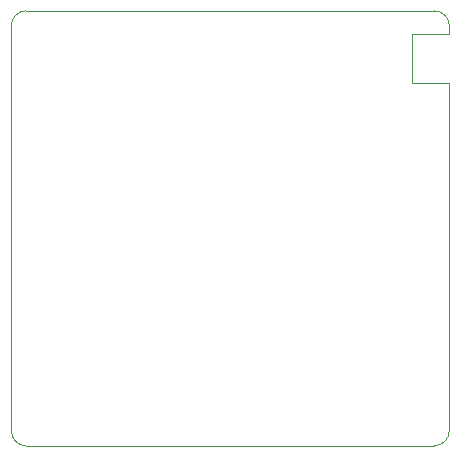
<source format=gbr>
%TF.GenerationSoftware,KiCad,Pcbnew,5.1.10*%
%TF.CreationDate,2021-05-31T03:58:19-05:00*%
%TF.ProjectId,airsensor,61697273-656e-4736-9f72-2e6b69636164,rev?*%
%TF.SameCoordinates,Original*%
%TF.FileFunction,Profile,NP*%
%FSLAX46Y46*%
G04 Gerber Fmt 4.6, Leading zero omitted, Abs format (unit mm)*
G04 Created by KiCad (PCBNEW 5.1.10) date 2021-05-31 03:58:19*
%MOMM*%
%LPD*%
G01*
G04 APERTURE LIST*
%TA.AperFunction,Profile*%
%ADD10C,0.050000*%
%TD*%
G04 APERTURE END LIST*
D10*
X171466000Y-132622000D02*
X171450000Y-162052000D01*
X171450000Y-127762000D02*
X171466000Y-128422000D01*
X168266000Y-132622000D02*
X171466000Y-132622000D01*
X168266000Y-128422000D02*
X168266000Y-132622000D01*
X171466000Y-128422000D02*
X168266000Y-128422000D01*
X170180000Y-126492000D02*
G75*
G02*
X171450000Y-127762000I0J-1270000D01*
G01*
X135636000Y-126492000D02*
X170180000Y-126492000D01*
X134366000Y-127762000D02*
X134366000Y-162052000D01*
X171450000Y-162052000D02*
G75*
G02*
X170180000Y-163322000I-1270000J0D01*
G01*
X135636000Y-163322000D02*
X170180000Y-163322000D01*
X135636000Y-163322000D02*
G75*
G02*
X134366000Y-162052000I0J1270000D01*
G01*
X134366000Y-127762000D02*
G75*
G02*
X135636000Y-126492000I1270000J0D01*
G01*
M02*

</source>
